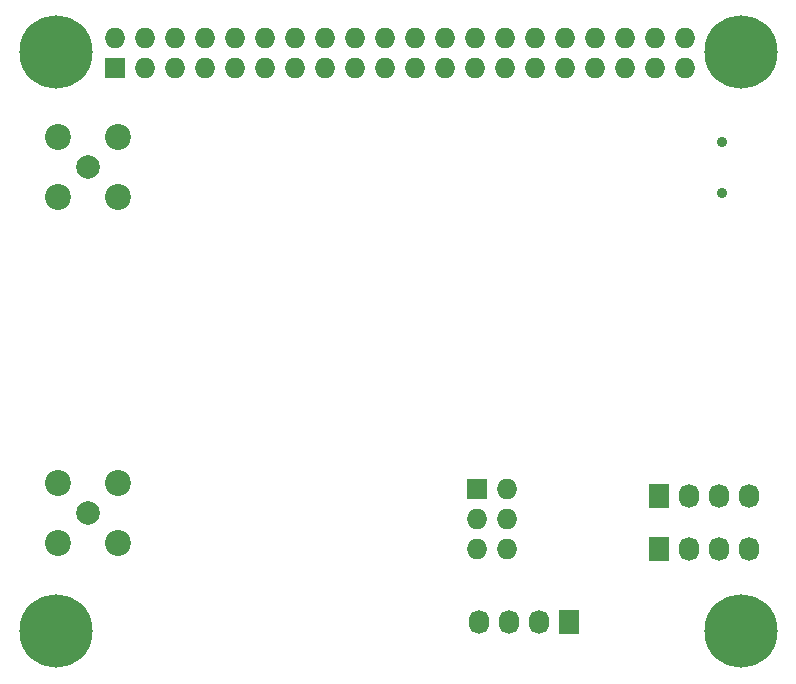
<source format=gbs>
G04 #@! TF.GenerationSoftware,KiCad,Pcbnew,(2017-12-10 revision 6ee26fd)-master*
G04 #@! TF.CreationDate,2018-02-02T05:24:30+01:00*
G04 #@! TF.ProjectId,mmdvm_hs_dual_hat,6D6D64766D5F68735F6475616C5F6861,rev?*
G04 #@! TF.SameCoordinates,Original*
G04 #@! TF.FileFunction,Soldermask,Bot*
G04 #@! TF.FilePolarity,Negative*
%FSLAX46Y46*%
G04 Gerber Fmt 4.6, Leading zero omitted, Abs format (unit mm)*
G04 Created by KiCad (PCBNEW (2017-12-10 revision 6ee26fd)-master) date Friday, 02. February 2018 'u24' 05:24:30*
%MOMM*%
%LPD*%
G01*
G04 APERTURE LIST*
%ADD10C,6.200000*%
%ADD11C,2.200000*%
%ADD12C,2.000000*%
%ADD13R,1.727200X2.032000*%
%ADD14O,1.727200X2.032000*%
%ADD15C,0.899160*%
%ADD16R,1.727200X1.727200*%
%ADD17O,1.727200X1.727200*%
G04 APERTURE END LIST*
D10*
X151750000Y-86000000D03*
X151750000Y-135000000D03*
X93750000Y-135000000D03*
X93750000Y-86000000D03*
D11*
X93960000Y-98290000D03*
X93960000Y-93210000D03*
X99040000Y-93210000D03*
X99040000Y-98290000D03*
D12*
X96500000Y-95750000D03*
D11*
X93960000Y-127540000D03*
X93960000Y-122460000D03*
X99040000Y-122460000D03*
X99040000Y-127540000D03*
D12*
X96500000Y-125000000D03*
D13*
X137180000Y-134200000D03*
D14*
X134640000Y-134200000D03*
X132100000Y-134200000D03*
X129560000Y-134200000D03*
D13*
X144850000Y-123550000D03*
D14*
X147390000Y-123550000D03*
X149930000Y-123550000D03*
X152470000Y-123550000D03*
D13*
X144850000Y-128050000D03*
D14*
X147390000Y-128050000D03*
X149930000Y-128050000D03*
X152470000Y-128050000D03*
D15*
X150149100Y-97949640D03*
X150149100Y-93550360D03*
D16*
X98800000Y-87300000D03*
D17*
X98800000Y-84760000D03*
X101340000Y-87300000D03*
X101340000Y-84760000D03*
X103880000Y-87300000D03*
X103880000Y-84760000D03*
X106420000Y-87300000D03*
X106420000Y-84760000D03*
X108960000Y-87300000D03*
X108960000Y-84760000D03*
X111500000Y-87300000D03*
X111500000Y-84760000D03*
X114040000Y-87300000D03*
X114040000Y-84760000D03*
X116580000Y-87300000D03*
X116580000Y-84760000D03*
X119120000Y-87300000D03*
X119120000Y-84760000D03*
X121660000Y-87300000D03*
X121660000Y-84760000D03*
X124200000Y-87300000D03*
X124200000Y-84760000D03*
X126740000Y-87300000D03*
X126740000Y-84760000D03*
X129280000Y-87300000D03*
X129280000Y-84760000D03*
X131820000Y-87300000D03*
X131820000Y-84760000D03*
X134360000Y-87300000D03*
X134360000Y-84760000D03*
X136900000Y-87300000D03*
X136900000Y-84760000D03*
X139440000Y-87300000D03*
X139440000Y-84760000D03*
X141980000Y-87300000D03*
X141980000Y-84760000D03*
X144520000Y-87300000D03*
X144520000Y-84760000D03*
X147060000Y-87300000D03*
X147060000Y-84760000D03*
D16*
X129400000Y-123000000D03*
D17*
X131940000Y-123000000D03*
X129400000Y-125540000D03*
X131940000Y-125540000D03*
X129400000Y-128080000D03*
X131940000Y-128080000D03*
M02*

</source>
